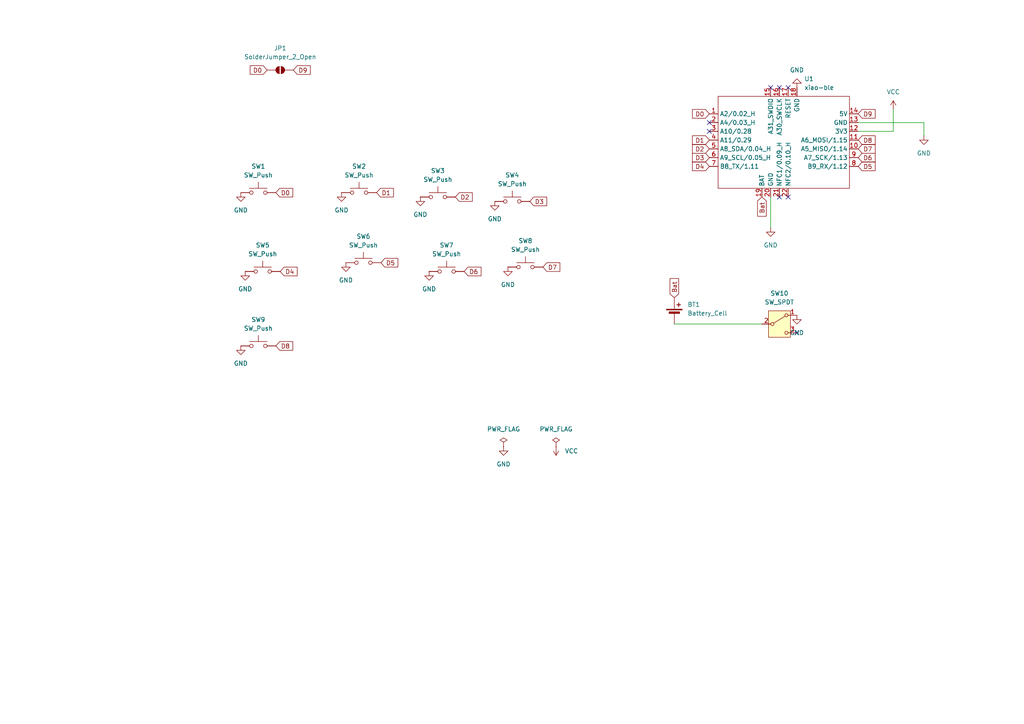
<source format=kicad_sch>
(kicad_sch
	(version 20250114)
	(generator "eeschema")
	(generator_version "9.0")
	(uuid "0e26b15f-eddf-4410-b371-04147e6c31d8")
	(paper "A4")
	(lib_symbols
		(symbol "Device:Battery_Cell"
			(pin_numbers
				(hide yes)
			)
			(pin_names
				(offset 0)
				(hide yes)
			)
			(exclude_from_sim no)
			(in_bom yes)
			(on_board yes)
			(property "Reference" "BT"
				(at 2.54 2.54 0)
				(effects
					(font
						(size 1.27 1.27)
					)
					(justify left)
				)
			)
			(property "Value" "Battery_Cell"
				(at 2.54 0 0)
				(effects
					(font
						(size 1.27 1.27)
					)
					(justify left)
				)
			)
			(property "Footprint" ""
				(at 0 1.524 90)
				(effects
					(font
						(size 1.27 1.27)
					)
					(hide yes)
				)
			)
			(property "Datasheet" "~"
				(at 0 1.524 90)
				(effects
					(font
						(size 1.27 1.27)
					)
					(hide yes)
				)
			)
			(property "Description" "Single-cell battery"
				(at 0 0 0)
				(effects
					(font
						(size 1.27 1.27)
					)
					(hide yes)
				)
			)
			(property "ki_keywords" "battery cell"
				(at 0 0 0)
				(effects
					(font
						(size 1.27 1.27)
					)
					(hide yes)
				)
			)
			(symbol "Battery_Cell_0_1"
				(rectangle
					(start -2.286 1.778)
					(end 2.286 1.524)
					(stroke
						(width 0)
						(type default)
					)
					(fill
						(type outline)
					)
				)
				(rectangle
					(start -1.524 1.016)
					(end 1.524 0.508)
					(stroke
						(width 0)
						(type default)
					)
					(fill
						(type outline)
					)
				)
				(polyline
					(pts
						(xy 0 1.778) (xy 0 2.54)
					)
					(stroke
						(width 0)
						(type default)
					)
					(fill
						(type none)
					)
				)
				(polyline
					(pts
						(xy 0 0.762) (xy 0 0)
					)
					(stroke
						(width 0)
						(type default)
					)
					(fill
						(type none)
					)
				)
				(polyline
					(pts
						(xy 0.762 3.048) (xy 1.778 3.048)
					)
					(stroke
						(width 0.254)
						(type default)
					)
					(fill
						(type none)
					)
				)
				(polyline
					(pts
						(xy 1.27 3.556) (xy 1.27 2.54)
					)
					(stroke
						(width 0.254)
						(type default)
					)
					(fill
						(type none)
					)
				)
			)
			(symbol "Battery_Cell_1_1"
				(pin passive line
					(at 0 5.08 270)
					(length 2.54)
					(name "+"
						(effects
							(font
								(size 1.27 1.27)
							)
						)
					)
					(number "1"
						(effects
							(font
								(size 1.27 1.27)
							)
						)
					)
				)
				(pin passive line
					(at 0 -2.54 90)
					(length 2.54)
					(name "-"
						(effects
							(font
								(size 1.27 1.27)
							)
						)
					)
					(number "2"
						(effects
							(font
								(size 1.27 1.27)
							)
						)
					)
				)
			)
			(embedded_fonts no)
		)
		(symbol "Jumper:SolderJumper_2_Open"
			(pin_numbers
				(hide yes)
			)
			(pin_names
				(offset 0)
				(hide yes)
			)
			(exclude_from_sim no)
			(in_bom no)
			(on_board yes)
			(property "Reference" "JP"
				(at 0 2.032 0)
				(effects
					(font
						(size 1.27 1.27)
					)
				)
			)
			(property "Value" "SolderJumper_2_Open"
				(at 0 -2.54 0)
				(effects
					(font
						(size 1.27 1.27)
					)
				)
			)
			(property "Footprint" ""
				(at 0 0 0)
				(effects
					(font
						(size 1.27 1.27)
					)
					(hide yes)
				)
			)
			(property "Datasheet" "~"
				(at 0 0 0)
				(effects
					(font
						(size 1.27 1.27)
					)
					(hide yes)
				)
			)
			(property "Description" "Solder Jumper, 2-pole, open"
				(at 0 0 0)
				(effects
					(font
						(size 1.27 1.27)
					)
					(hide yes)
				)
			)
			(property "ki_keywords" "solder jumper SPST"
				(at 0 0 0)
				(effects
					(font
						(size 1.27 1.27)
					)
					(hide yes)
				)
			)
			(property "ki_fp_filters" "SolderJumper*Open*"
				(at 0 0 0)
				(effects
					(font
						(size 1.27 1.27)
					)
					(hide yes)
				)
			)
			(symbol "SolderJumper_2_Open_0_1"
				(polyline
					(pts
						(xy -0.254 1.016) (xy -0.254 -1.016)
					)
					(stroke
						(width 0)
						(type default)
					)
					(fill
						(type none)
					)
				)
				(arc
					(start -0.254 -1.016)
					(mid -1.2656 0)
					(end -0.254 1.016)
					(stroke
						(width 0)
						(type default)
					)
					(fill
						(type none)
					)
				)
				(arc
					(start -0.254 -1.016)
					(mid -1.2656 0)
					(end -0.254 1.016)
					(stroke
						(width 0)
						(type default)
					)
					(fill
						(type outline)
					)
				)
				(arc
					(start 0.254 1.016)
					(mid 1.2656 0)
					(end 0.254 -1.016)
					(stroke
						(width 0)
						(type default)
					)
					(fill
						(type none)
					)
				)
				(arc
					(start 0.254 1.016)
					(mid 1.2656 0)
					(end 0.254 -1.016)
					(stroke
						(width 0)
						(type default)
					)
					(fill
						(type outline)
					)
				)
				(polyline
					(pts
						(xy 0.254 1.016) (xy 0.254 -1.016)
					)
					(stroke
						(width 0)
						(type default)
					)
					(fill
						(type none)
					)
				)
			)
			(symbol "SolderJumper_2_Open_1_1"
				(pin passive line
					(at -3.81 0 0)
					(length 2.54)
					(name "A"
						(effects
							(font
								(size 1.27 1.27)
							)
						)
					)
					(number "1"
						(effects
							(font
								(size 1.27 1.27)
							)
						)
					)
				)
				(pin passive line
					(at 3.81 0 180)
					(length 2.54)
					(name "B"
						(effects
							(font
								(size 1.27 1.27)
							)
						)
					)
					(number "2"
						(effects
							(font
								(size 1.27 1.27)
							)
						)
					)
				)
			)
			(embedded_fonts no)
		)
		(symbol "Switch:SW_Push"
			(pin_numbers
				(hide yes)
			)
			(pin_names
				(offset 1.016)
				(hide yes)
			)
			(exclude_from_sim no)
			(in_bom yes)
			(on_board yes)
			(property "Reference" "SW"
				(at 1.27 2.54 0)
				(effects
					(font
						(size 1.27 1.27)
					)
					(justify left)
				)
			)
			(property "Value" "SW_Push"
				(at 0 -1.524 0)
				(effects
					(font
						(size 1.27 1.27)
					)
				)
			)
			(property "Footprint" ""
				(at 0 5.08 0)
				(effects
					(font
						(size 1.27 1.27)
					)
					(hide yes)
				)
			)
			(property "Datasheet" "~"
				(at 0 5.08 0)
				(effects
					(font
						(size 1.27 1.27)
					)
					(hide yes)
				)
			)
			(property "Description" "Push button switch, generic, two pins"
				(at 0 0 0)
				(effects
					(font
						(size 1.27 1.27)
					)
					(hide yes)
				)
			)
			(property "ki_keywords" "switch normally-open pushbutton push-button"
				(at 0 0 0)
				(effects
					(font
						(size 1.27 1.27)
					)
					(hide yes)
				)
			)
			(symbol "SW_Push_0_1"
				(circle
					(center -2.032 0)
					(radius 0.508)
					(stroke
						(width 0)
						(type default)
					)
					(fill
						(type none)
					)
				)
				(polyline
					(pts
						(xy 0 1.27) (xy 0 3.048)
					)
					(stroke
						(width 0)
						(type default)
					)
					(fill
						(type none)
					)
				)
				(circle
					(center 2.032 0)
					(radius 0.508)
					(stroke
						(width 0)
						(type default)
					)
					(fill
						(type none)
					)
				)
				(polyline
					(pts
						(xy 2.54 1.27) (xy -2.54 1.27)
					)
					(stroke
						(width 0)
						(type default)
					)
					(fill
						(type none)
					)
				)
				(pin passive line
					(at -5.08 0 0)
					(length 2.54)
					(name "1"
						(effects
							(font
								(size 1.27 1.27)
							)
						)
					)
					(number "1"
						(effects
							(font
								(size 1.27 1.27)
							)
						)
					)
				)
				(pin passive line
					(at 5.08 0 180)
					(length 2.54)
					(name "2"
						(effects
							(font
								(size 1.27 1.27)
							)
						)
					)
					(number "2"
						(effects
							(font
								(size 1.27 1.27)
							)
						)
					)
				)
			)
			(embedded_fonts no)
		)
		(symbol "Switch:SW_SPDT"
			(pin_names
				(offset 0)
				(hide yes)
			)
			(exclude_from_sim no)
			(in_bom yes)
			(on_board yes)
			(property "Reference" "SW"
				(at 0 5.08 0)
				(effects
					(font
						(size 1.27 1.27)
					)
				)
			)
			(property "Value" "SW_SPDT"
				(at 0 -5.08 0)
				(effects
					(font
						(size 1.27 1.27)
					)
				)
			)
			(property "Footprint" ""
				(at 0 0 0)
				(effects
					(font
						(size 1.27 1.27)
					)
					(hide yes)
				)
			)
			(property "Datasheet" "~"
				(at 0 -7.62 0)
				(effects
					(font
						(size 1.27 1.27)
					)
					(hide yes)
				)
			)
			(property "Description" "Switch, single pole double throw"
				(at 0 0 0)
				(effects
					(font
						(size 1.27 1.27)
					)
					(hide yes)
				)
			)
			(property "ki_keywords" "switch single-pole double-throw spdt ON-ON"
				(at 0 0 0)
				(effects
					(font
						(size 1.27 1.27)
					)
					(hide yes)
				)
			)
			(symbol "SW_SPDT_0_1"
				(circle
					(center -2.032 0)
					(radius 0.4572)
					(stroke
						(width 0)
						(type default)
					)
					(fill
						(type none)
					)
				)
				(polyline
					(pts
						(xy -1.651 0.254) (xy 1.651 2.286)
					)
					(stroke
						(width 0)
						(type default)
					)
					(fill
						(type none)
					)
				)
				(circle
					(center 2.032 2.54)
					(radius 0.4572)
					(stroke
						(width 0)
						(type default)
					)
					(fill
						(type none)
					)
				)
				(circle
					(center 2.032 -2.54)
					(radius 0.4572)
					(stroke
						(width 0)
						(type default)
					)
					(fill
						(type none)
					)
				)
			)
			(symbol "SW_SPDT_1_1"
				(rectangle
					(start -3.175 3.81)
					(end 3.175 -3.81)
					(stroke
						(width 0)
						(type default)
					)
					(fill
						(type background)
					)
				)
				(pin passive line
					(at -5.08 0 0)
					(length 2.54)
					(name "B"
						(effects
							(font
								(size 1.27 1.27)
							)
						)
					)
					(number "2"
						(effects
							(font
								(size 1.27 1.27)
							)
						)
					)
				)
				(pin passive line
					(at 5.08 2.54 180)
					(length 2.54)
					(name "A"
						(effects
							(font
								(size 1.27 1.27)
							)
						)
					)
					(number "1"
						(effects
							(font
								(size 1.27 1.27)
							)
						)
					)
				)
				(pin passive line
					(at 5.08 -2.54 180)
					(length 2.54)
					(name "C"
						(effects
							(font
								(size 1.27 1.27)
							)
						)
					)
					(number "3"
						(effects
							(font
								(size 1.27 1.27)
							)
						)
					)
				)
			)
			(embedded_fonts no)
		)
		(symbol "Tweakbit:xiao-nrf52840"
			(exclude_from_sim no)
			(in_bom yes)
			(on_board yes)
			(property "Reference" "U"
				(at -18.034 16.51 0)
				(effects
					(font
						(size 1.27 1.27)
					)
				)
			)
			(property "Value" "xiao-ble"
				(at -17.526 14.478 0)
				(effects
					(font
						(size 1.27 1.27)
					)
				)
			)
			(property "Footprint" ""
				(at 0 0 0)
				(effects
					(font
						(size 1.27 1.27)
					)
					(hide yes)
				)
			)
			(property "Datasheet" ""
				(at 0 0 0)
				(effects
					(font
						(size 1.27 1.27)
					)
					(hide yes)
				)
			)
			(property "Description" ""
				(at 0 0 0)
				(effects
					(font
						(size 1.27 1.27)
					)
					(hide yes)
				)
			)
			(symbol "xiao-nrf52840_1_1"
				(rectangle
					(start -19.05 12.7)
					(end 19.05 -13.97)
					(stroke
						(width 0)
						(type default)
					)
					(fill
						(type none)
					)
				)
				(pin bidirectional line
					(at -21.59 7.62 0)
					(length 2.54)
					(name "A2/0.02_H"
						(effects
							(font
								(size 1.27 1.27)
							)
						)
					)
					(number "1"
						(effects
							(font
								(size 1.27 1.27)
							)
						)
					)
				)
				(pin bidirectional line
					(at -21.59 5.08 0)
					(length 2.54)
					(name "A4/0.03_H"
						(effects
							(font
								(size 1.27 1.27)
							)
						)
					)
					(number "2"
						(effects
							(font
								(size 1.27 1.27)
							)
						)
					)
				)
				(pin bidirectional line
					(at -21.59 2.54 0)
					(length 2.54)
					(name "A10/0.28"
						(effects
							(font
								(size 1.27 1.27)
							)
						)
					)
					(number "3"
						(effects
							(font
								(size 1.27 1.27)
							)
						)
					)
				)
				(pin bidirectional line
					(at -21.59 0 0)
					(length 2.54)
					(name "A11/0.29"
						(effects
							(font
								(size 1.27 1.27)
							)
						)
					)
					(number "4"
						(effects
							(font
								(size 1.27 1.27)
							)
						)
					)
				)
				(pin bidirectional line
					(at -21.59 -2.54 0)
					(length 2.54)
					(name "A8_SDA/0.04_H"
						(effects
							(font
								(size 1.27 1.27)
							)
						)
					)
					(number "5"
						(effects
							(font
								(size 1.27 1.27)
							)
						)
					)
				)
				(pin bidirectional line
					(at -21.59 -5.08 0)
					(length 2.54)
					(name "A9_SCL/0.05_H"
						(effects
							(font
								(size 1.27 1.27)
							)
						)
					)
					(number "6"
						(effects
							(font
								(size 1.27 1.27)
							)
						)
					)
				)
				(pin bidirectional line
					(at -21.59 -7.62 0)
					(length 2.54)
					(name "B8_TX/1.11"
						(effects
							(font
								(size 1.27 1.27)
							)
						)
					)
					(number "7"
						(effects
							(font
								(size 1.27 1.27)
							)
						)
					)
				)
				(pin bidirectional line
					(at -6.35 -16.51 90)
					(length 2.54)
					(name "BAT"
						(effects
							(font
								(size 1.27 1.27)
							)
						)
					)
					(number "19"
						(effects
							(font
								(size 1.27 1.27)
							)
						)
					)
				)
				(pin input line
					(at -3.81 15.24 270)
					(length 2.54)
					(name "A31_SWDIO"
						(effects
							(font
								(size 1.27 1.27)
							)
						)
					)
					(number "15"
						(effects
							(font
								(size 1.27 1.27)
							)
						)
					)
				)
				(pin power_out line
					(at -3.81 -16.51 90)
					(length 2.54)
					(name "GND"
						(effects
							(font
								(size 1.27 1.27)
							)
						)
					)
					(number "20"
						(effects
							(font
								(size 1.27 1.27)
							)
						)
					)
				)
				(pin input line
					(at -1.27 15.24 270)
					(length 2.54)
					(name "A30_SWCLK"
						(effects
							(font
								(size 1.27 1.27)
							)
						)
					)
					(number "16"
						(effects
							(font
								(size 1.27 1.27)
							)
						)
					)
				)
				(pin bidirectional line
					(at -1.27 -16.51 90)
					(length 2.54)
					(name "NFC1/0.09_H"
						(effects
							(font
								(size 1.27 1.27)
							)
						)
					)
					(number "21"
						(effects
							(font
								(size 1.27 1.27)
							)
						)
					)
				)
				(pin input line
					(at 1.27 15.24 270)
					(length 2.54)
					(name "RESET"
						(effects
							(font
								(size 1.27 1.27)
							)
						)
					)
					(number "17"
						(effects
							(font
								(size 1.27 1.27)
							)
						)
					)
				)
				(pin bidirectional line
					(at 1.27 -16.51 90)
					(length 2.54)
					(name "NFC2/0.10_H"
						(effects
							(font
								(size 1.27 1.27)
							)
						)
					)
					(number "22"
						(effects
							(font
								(size 1.27 1.27)
							)
						)
					)
				)
				(pin power_out line
					(at 3.81 15.24 270)
					(length 2.54)
					(name "GND"
						(effects
							(font
								(size 1.27 1.27)
							)
						)
					)
					(number "18"
						(effects
							(font
								(size 1.27 1.27)
							)
						)
					)
				)
				(pin power_out line
					(at 21.59 7.62 180)
					(length 2.54)
					(name "5V"
						(effects
							(font
								(size 1.27 1.27)
							)
						)
					)
					(number "14"
						(effects
							(font
								(size 1.27 1.27)
							)
						)
					)
				)
				(pin power_out line
					(at 21.59 5.08 180)
					(length 2.54)
					(name "GND"
						(effects
							(font
								(size 1.27 1.27)
							)
						)
					)
					(number "13"
						(effects
							(font
								(size 1.27 1.27)
							)
						)
					)
				)
				(pin power_out line
					(at 21.59 2.54 180)
					(length 2.54)
					(name "3V3"
						(effects
							(font
								(size 1.27 1.27)
							)
						)
					)
					(number "12"
						(effects
							(font
								(size 1.27 1.27)
							)
						)
					)
				)
				(pin bidirectional line
					(at 21.59 0 180)
					(length 2.54)
					(name "A6_MOSI/1.15"
						(effects
							(font
								(size 1.27 1.27)
							)
						)
					)
					(number "11"
						(effects
							(font
								(size 1.27 1.27)
							)
						)
					)
				)
				(pin bidirectional line
					(at 21.59 -2.54 180)
					(length 2.54)
					(name "A5_MISO/1.14"
						(effects
							(font
								(size 1.27 1.27)
							)
						)
					)
					(number "10"
						(effects
							(font
								(size 1.27 1.27)
							)
						)
					)
				)
				(pin bidirectional line
					(at 21.59 -5.08 180)
					(length 2.54)
					(name "A7_SCK/1.13"
						(effects
							(font
								(size 1.27 1.27)
							)
						)
					)
					(number "9"
						(effects
							(font
								(size 1.27 1.27)
							)
						)
					)
				)
				(pin bidirectional line
					(at 21.59 -7.62 180)
					(length 2.54)
					(name "B9_RX/1.12"
						(effects
							(font
								(size 1.27 1.27)
							)
						)
					)
					(number "8"
						(effects
							(font
								(size 1.27 1.27)
							)
						)
					)
				)
			)
			(embedded_fonts no)
		)
		(symbol "power:GND"
			(power)
			(pin_numbers
				(hide yes)
			)
			(pin_names
				(offset 0)
				(hide yes)
			)
			(exclude_from_sim no)
			(in_bom yes)
			(on_board yes)
			(property "Reference" "#PWR"
				(at 0 -6.35 0)
				(effects
					(font
						(size 1.27 1.27)
					)
					(hide yes)
				)
			)
			(property "Value" "GND"
				(at 0 -3.81 0)
				(effects
					(font
						(size 1.27 1.27)
					)
				)
			)
			(property "Footprint" ""
				(at 0 0 0)
				(effects
					(font
						(size 1.27 1.27)
					)
					(hide yes)
				)
			)
			(property "Datasheet" ""
				(at 0 0 0)
				(effects
					(font
						(size 1.27 1.27)
					)
					(hide yes)
				)
			)
			(property "Description" "Power symbol creates a global label with name \"GND\" , ground"
				(at 0 0 0)
				(effects
					(font
						(size 1.27 1.27)
					)
					(hide yes)
				)
			)
			(property "ki_keywords" "global power"
				(at 0 0 0)
				(effects
					(font
						(size 1.27 1.27)
					)
					(hide yes)
				)
			)
			(symbol "GND_0_1"
				(polyline
					(pts
						(xy 0 0) (xy 0 -1.27) (xy 1.27 -1.27) (xy 0 -2.54) (xy -1.27 -1.27) (xy 0 -1.27)
					)
					(stroke
						(width 0)
						(type default)
					)
					(fill
						(type none)
					)
				)
			)
			(symbol "GND_1_1"
				(pin power_in line
					(at 0 0 270)
					(length 0)
					(name "~"
						(effects
							(font
								(size 1.27 1.27)
							)
						)
					)
					(number "1"
						(effects
							(font
								(size 1.27 1.27)
							)
						)
					)
				)
			)
			(embedded_fonts no)
		)
		(symbol "power:PWR_FLAG"
			(power)
			(pin_numbers
				(hide yes)
			)
			(pin_names
				(offset 0)
				(hide yes)
			)
			(exclude_from_sim no)
			(in_bom yes)
			(on_board yes)
			(property "Reference" "#FLG"
				(at 0 1.905 0)
				(effects
					(font
						(size 1.27 1.27)
					)
					(hide yes)
				)
			)
			(property "Value" "PWR_FLAG"
				(at 0 3.81 0)
				(effects
					(font
						(size 1.27 1.27)
					)
				)
			)
			(property "Footprint" ""
				(at 0 0 0)
				(effects
					(font
						(size 1.27 1.27)
					)
					(hide yes)
				)
			)
			(property "Datasheet" "~"
				(at 0 0 0)
				(effects
					(font
						(size 1.27 1.27)
					)
					(hide yes)
				)
			)
			(property "Description" "Special symbol for telling ERC where power comes from"
				(at 0 0 0)
				(effects
					(font
						(size 1.27 1.27)
					)
					(hide yes)
				)
			)
			(property "ki_keywords" "flag power"
				(at 0 0 0)
				(effects
					(font
						(size 1.27 1.27)
					)
					(hide yes)
				)
			)
			(symbol "PWR_FLAG_0_0"
				(pin power_out line
					(at 0 0 90)
					(length 0)
					(name "~"
						(effects
							(font
								(size 1.27 1.27)
							)
						)
					)
					(number "1"
						(effects
							(font
								(size 1.27 1.27)
							)
						)
					)
				)
			)
			(symbol "PWR_FLAG_0_1"
				(polyline
					(pts
						(xy 0 0) (xy 0 1.27) (xy -1.016 1.905) (xy 0 2.54) (xy 1.016 1.905) (xy 0 1.27)
					)
					(stroke
						(width 0)
						(type default)
					)
					(fill
						(type none)
					)
				)
			)
			(embedded_fonts no)
		)
		(symbol "power:VCC"
			(power)
			(pin_numbers
				(hide yes)
			)
			(pin_names
				(offset 0)
				(hide yes)
			)
			(exclude_from_sim no)
			(in_bom yes)
			(on_board yes)
			(property "Reference" "#PWR"
				(at 0 -3.81 0)
				(effects
					(font
						(size 1.27 1.27)
					)
					(hide yes)
				)
			)
			(property "Value" "VCC"
				(at 0 3.556 0)
				(effects
					(font
						(size 1.27 1.27)
					)
				)
			)
			(property "Footprint" ""
				(at 0 0 0)
				(effects
					(font
						(size 1.27 1.27)
					)
					(hide yes)
				)
			)
			(property "Datasheet" ""
				(at 0 0 0)
				(effects
					(font
						(size 1.27 1.27)
					)
					(hide yes)
				)
			)
			(property "Description" "Power symbol creates a global label with name \"VCC\""
				(at 0 0 0)
				(effects
					(font
						(size 1.27 1.27)
					)
					(hide yes)
				)
			)
			(property "ki_keywords" "global power"
				(at 0 0 0)
				(effects
					(font
						(size 1.27 1.27)
					)
					(hide yes)
				)
			)
			(symbol "VCC_0_1"
				(polyline
					(pts
						(xy -0.762 1.27) (xy 0 2.54)
					)
					(stroke
						(width 0)
						(type default)
					)
					(fill
						(type none)
					)
				)
				(polyline
					(pts
						(xy 0 2.54) (xy 0.762 1.27)
					)
					(stroke
						(width 0)
						(type default)
					)
					(fill
						(type none)
					)
				)
				(polyline
					(pts
						(xy 0 0) (xy 0 2.54)
					)
					(stroke
						(width 0)
						(type default)
					)
					(fill
						(type none)
					)
				)
			)
			(symbol "VCC_1_1"
				(pin power_in line
					(at 0 0 90)
					(length 0)
					(name "~"
						(effects
							(font
								(size 1.27 1.27)
							)
						)
					)
					(number "1"
						(effects
							(font
								(size 1.27 1.27)
							)
						)
					)
				)
			)
			(embedded_fonts no)
		)
	)
	(no_connect
		(at 205.74 35.56)
		(uuid "25d37ff1-2bc7-40e1-9d84-fd578d9ab403")
	)
	(no_connect
		(at 228.6 57.15)
		(uuid "4b6be261-b3c9-4fcc-a574-600555be523e")
	)
	(no_connect
		(at 228.6 25.4)
		(uuid "95ee817a-83d2-4af4-bc00-f703bf4f5155")
	)
	(no_connect
		(at 223.52 25.4)
		(uuid "99a31d6e-5a26-4b38-9a51-908b4ad8c9f3")
	)
	(no_connect
		(at 226.06 25.4)
		(uuid "addc8e3a-3a49-4e5c-9ee7-8b06c0481d7a")
	)
	(no_connect
		(at 226.06 57.15)
		(uuid "c30b8ba9-ff3f-413c-acb9-75e7ae61b28f")
	)
	(no_connect
		(at 231.14 96.52)
		(uuid "f4e7e9e1-37ee-4236-bcc1-edfd210f737a")
	)
	(no_connect
		(at 205.74 38.1)
		(uuid "f6c16bce-2eda-4a51-bf69-25bf50b61fd7")
	)
	(wire
		(pts
			(xy 267.97 35.56) (xy 267.97 39.37)
		)
		(stroke
			(width 0)
			(type default)
		)
		(uuid "202c61cd-bd1a-4ef7-a818-aea545957bbe")
	)
	(wire
		(pts
			(xy 259.08 31.75) (xy 259.08 38.1)
		)
		(stroke
			(width 0)
			(type default)
		)
		(uuid "3414f01b-71f1-4e36-8571-5db0089c0353")
	)
	(wire
		(pts
			(xy 248.92 38.1) (xy 259.08 38.1)
		)
		(stroke
			(width 0)
			(type default)
		)
		(uuid "6a98de84-144f-4810-8946-e17644046ce7")
	)
	(wire
		(pts
			(xy 223.52 66.04) (xy 223.52 57.15)
		)
		(stroke
			(width 0)
			(type default)
		)
		(uuid "86bcfbf8-b1f1-4443-a3f4-66c8c1b102bd")
	)
	(wire
		(pts
			(xy 267.97 35.56) (xy 248.92 35.56)
		)
		(stroke
			(width 0)
			(type default)
		)
		(uuid "96f96ca2-cada-4f42-9957-7fa71bcd2f3f")
	)
	(wire
		(pts
			(xy 220.98 93.98) (xy 195.58 93.98)
		)
		(stroke
			(width 0)
			(type default)
		)
		(uuid "bdda3eb0-4fbb-47fb-b0d9-9159edabffdd")
	)
	(global_label "D8"
		(shape input)
		(at 80.01 100.33 0)
		(fields_autoplaced yes)
		(effects
			(font
				(size 1.27 1.27)
			)
			(justify left)
		)
		(uuid "09f1828e-8470-4107-acac-525c8e0342ec")
		(property "Intersheetrefs" "${INTERSHEET_REFS}"
			(at 85.4747 100.33 0)
			(effects
				(font
					(size 1.27 1.27)
				)
				(justify left)
				(hide yes)
			)
		)
	)
	(global_label "D5"
		(shape input)
		(at 110.49 76.2 0)
		(fields_autoplaced yes)
		(effects
			(font
				(size 1.27 1.27)
			)
			(justify left)
		)
		(uuid "0d0e30e9-3ac2-4310-a6b1-df5649dc961f")
		(property "Intersheetrefs" "${INTERSHEET_REFS}"
			(at 115.9547 76.2 0)
			(effects
				(font
					(size 1.27 1.27)
				)
				(justify left)
				(hide yes)
			)
		)
	)
	(global_label "D2"
		(shape input)
		(at 132.08 57.15 0)
		(fields_autoplaced yes)
		(effects
			(font
				(size 1.27 1.27)
			)
			(justify left)
		)
		(uuid "2272c709-85ab-446b-a838-f721c7344c33")
		(property "Intersheetrefs" "${INTERSHEET_REFS}"
			(at 137.5447 57.15 0)
			(effects
				(font
					(size 1.27 1.27)
				)
				(justify left)
				(hide yes)
			)
		)
	)
	(global_label "D2"
		(shape input)
		(at 205.74 43.18 180)
		(fields_autoplaced yes)
		(effects
			(font
				(size 1.27 1.27)
			)
			(justify right)
		)
		(uuid "295539b9-ecd3-43fb-94b4-a9406ef50f12")
		(property "Intersheetrefs" "${INTERSHEET_REFS}"
			(at 200.2753 43.18 0)
			(effects
				(font
					(size 1.27 1.27)
				)
				(justify right)
				(hide yes)
			)
		)
	)
	(global_label "D5"
		(shape input)
		(at 248.92 48.26 0)
		(fields_autoplaced yes)
		(effects
			(font
				(size 1.27 1.27)
			)
			(justify left)
		)
		(uuid "296b821f-b414-4e06-a454-0465c9dbe120")
		(property "Intersheetrefs" "${INTERSHEET_REFS}"
			(at 254.3847 48.26 0)
			(effects
				(font
					(size 1.27 1.27)
				)
				(justify left)
				(hide yes)
			)
		)
	)
	(global_label "D1"
		(shape input)
		(at 109.22 55.88 0)
		(fields_autoplaced yes)
		(effects
			(font
				(size 1.27 1.27)
			)
			(justify left)
		)
		(uuid "33b3931e-a56e-46b0-9668-95b5ccc46bf2")
		(property "Intersheetrefs" "${INTERSHEET_REFS}"
			(at 114.6847 55.88 0)
			(effects
				(font
					(size 1.27 1.27)
				)
				(justify left)
				(hide yes)
			)
		)
	)
	(global_label "D3"
		(shape input)
		(at 205.74 45.72 180)
		(fields_autoplaced yes)
		(effects
			(font
				(size 1.27 1.27)
			)
			(justify right)
		)
		(uuid "4344021c-138f-45f1-a857-8a34a45ccfb7")
		(property "Intersheetrefs" "${INTERSHEET_REFS}"
			(at 200.2753 45.72 0)
			(effects
				(font
					(size 1.27 1.27)
				)
				(justify right)
				(hide yes)
			)
		)
	)
	(global_label "Bat"
		(shape input)
		(at 220.98 57.15 270)
		(fields_autoplaced yes)
		(effects
			(font
				(size 1.27 1.27)
			)
			(justify right)
		)
		(uuid "64197bec-0866-4f90-8a87-9ea810dfe8ea")
		(property "Intersheetrefs" "${INTERSHEET_REFS}"
			(at 220.98 63.2799 90)
			(effects
				(font
					(size 1.27 1.27)
				)
				(justify right)
				(hide yes)
			)
		)
	)
	(global_label "Bat"
		(shape input)
		(at 195.58 86.36 90)
		(fields_autoplaced yes)
		(effects
			(font
				(size 1.27 1.27)
			)
			(justify left)
		)
		(uuid "6425d183-901d-4680-a648-b6c13ae7b1c2")
		(property "Intersheetrefs" "${INTERSHEET_REFS}"
			(at 195.58 80.2301 90)
			(effects
				(font
					(size 1.27 1.27)
				)
				(justify left)
				(hide yes)
			)
		)
	)
	(global_label "D6"
		(shape input)
		(at 248.92 45.72 0)
		(fields_autoplaced yes)
		(effects
			(font
				(size 1.27 1.27)
			)
			(justify left)
		)
		(uuid "7a433b2e-4368-4429-ada5-895a7513f509")
		(property "Intersheetrefs" "${INTERSHEET_REFS}"
			(at 254.3847 45.72 0)
			(effects
				(font
					(size 1.27 1.27)
				)
				(justify left)
				(hide yes)
			)
		)
	)
	(global_label "D0"
		(shape input)
		(at 205.74 33.02 180)
		(fields_autoplaced yes)
		(effects
			(font
				(size 1.27 1.27)
			)
			(justify right)
		)
		(uuid "895b26fe-ceb5-4e94-9524-38b6c9b08c0c")
		(property "Intersheetrefs" "${INTERSHEET_REFS}"
			(at 200.2753 33.02 0)
			(effects
				(font
					(size 1.27 1.27)
				)
				(justify right)
				(hide yes)
			)
		)
	)
	(global_label "D4"
		(shape input)
		(at 81.28 78.74 0)
		(fields_autoplaced yes)
		(effects
			(font
				(size 1.27 1.27)
			)
			(justify left)
		)
		(uuid "8ce1d7ba-c316-499d-9d1a-e6be3b49ebb0")
		(property "Intersheetrefs" "${INTERSHEET_REFS}"
			(at 86.7447 78.74 0)
			(effects
				(font
					(size 1.27 1.27)
				)
				(justify left)
				(hide yes)
			)
		)
	)
	(global_label "D9"
		(shape input)
		(at 85.09 20.32 0)
		(fields_autoplaced yes)
		(effects
			(font
				(size 1.27 1.27)
			)
			(justify left)
		)
		(uuid "9189804c-f54f-498c-84e9-8c84781ccc08")
		(property "Intersheetrefs" "${INTERSHEET_REFS}"
			(at 90.5547 20.32 0)
			(effects
				(font
					(size 1.27 1.27)
				)
				(justify left)
				(hide yes)
			)
		)
	)
	(global_label "D6"
		(shape input)
		(at 134.62 78.74 0)
		(fields_autoplaced yes)
		(effects
			(font
				(size 1.27 1.27)
			)
			(justify left)
		)
		(uuid "9b7a7bb7-680e-4475-8ea0-ad436c00525e")
		(property "Intersheetrefs" "${INTERSHEET_REFS}"
			(at 140.0847 78.74 0)
			(effects
				(font
					(size 1.27 1.27)
				)
				(justify left)
				(hide yes)
			)
		)
	)
	(global_label "D4"
		(shape input)
		(at 205.74 48.26 180)
		(fields_autoplaced yes)
		(effects
			(font
				(size 1.27 1.27)
			)
			(justify right)
		)
		(uuid "acdf8e2a-505a-47f3-8968-e92da39a9119")
		(property "Intersheetrefs" "${INTERSHEET_REFS}"
			(at 200.2753 48.26 0)
			(effects
				(font
					(size 1.27 1.27)
				)
				(justify right)
				(hide yes)
			)
		)
	)
	(global_label "D3"
		(shape input)
		(at 153.67 58.42 0)
		(fields_autoplaced yes)
		(effects
			(font
				(size 1.27 1.27)
			)
			(justify left)
		)
		(uuid "af31aa3d-cdf3-42ce-a283-39ad9ca1437a")
		(property "Intersheetrefs" "${INTERSHEET_REFS}"
			(at 159.1347 58.42 0)
			(effects
				(font
					(size 1.27 1.27)
				)
				(justify left)
				(hide yes)
			)
		)
	)
	(global_label "D9"
		(shape input)
		(at 248.92 33.02 0)
		(fields_autoplaced yes)
		(effects
			(font
				(size 1.27 1.27)
			)
			(justify left)
		)
		(uuid "bc9aafdd-91c3-4aae-8a72-95dbcddd8082")
		(property "Intersheetrefs" "${INTERSHEET_REFS}"
			(at 254.3847 33.02 0)
			(effects
				(font
					(size 1.27 1.27)
				)
				(justify left)
				(hide yes)
			)
		)
	)
	(global_label "D7"
		(shape input)
		(at 157.48 77.47 0)
		(fields_autoplaced yes)
		(effects
			(font
				(size 1.27 1.27)
			)
			(justify left)
		)
		(uuid "bca0a1db-6e6e-43bc-b570-e6728a44ff7c")
		(property "Intersheetrefs" "${INTERSHEET_REFS}"
			(at 162.9447 77.47 0)
			(effects
				(font
					(size 1.27 1.27)
				)
				(justify left)
				(hide yes)
			)
		)
	)
	(global_label "D7"
		(shape input)
		(at 248.92 43.18 0)
		(fields_autoplaced yes)
		(effects
			(font
				(size 1.27 1.27)
			)
			(justify left)
		)
		(uuid "d7b3e500-599a-4d66-aa2a-78dfdbbd54f5")
		(property "Intersheetrefs" "${INTERSHEET_REFS}"
			(at 254.3847 43.18 0)
			(effects
				(font
					(size 1.27 1.27)
				)
				(justify left)
				(hide yes)
			)
		)
	)
	(global_label "D8"
		(shape input)
		(at 248.92 40.64 0)
		(fields_autoplaced yes)
		(effects
			(font
				(size 1.27 1.27)
			)
			(justify left)
		)
		(uuid "dace5347-77ca-4a4d-b665-a29ab1891557")
		(property "Intersheetrefs" "${INTERSHEET_REFS}"
			(at 254.3847 40.64 0)
			(effects
				(font
					(size 1.27 1.27)
				)
				(justify left)
				(hide yes)
			)
		)
	)
	(global_label "D0"
		(shape input)
		(at 80.01 55.88 0)
		(fields_autoplaced yes)
		(effects
			(font
				(size 1.27 1.27)
			)
			(justify left)
		)
		(uuid "e03df4d6-37dd-4986-9ff2-dd70a9e250ef")
		(property "Intersheetrefs" "${INTERSHEET_REFS}"
			(at 85.4747 55.88 0)
			(effects
				(font
					(size 1.27 1.27)
				)
				(justify left)
				(hide yes)
			)
		)
	)
	(global_label "D0"
		(shape input)
		(at 77.47 20.32 180)
		(fields_autoplaced yes)
		(effects
			(font
				(size 1.27 1.27)
			)
			(justify right)
		)
		(uuid "efb8cacb-bfd2-420a-b2c5-cb11e6614062")
		(property "Intersheetrefs" "${INTERSHEET_REFS}"
			(at 72.0053 20.32 0)
			(effects
				(font
					(size 1.27 1.27)
				)
				(justify right)
				(hide yes)
			)
		)
	)
	(global_label "D1"
		(shape input)
		(at 205.74 40.64 180)
		(fields_autoplaced yes)
		(effects
			(font
				(size 1.27 1.27)
			)
			(justify right)
		)
		(uuid "fed93775-123f-43b4-a839-6beec7c005bd")
		(property "Intersheetrefs" "${INTERSHEET_REFS}"
			(at 200.2753 40.64 0)
			(effects
				(font
					(size 1.27 1.27)
				)
				(justify right)
				(hide yes)
			)
		)
	)
	(symbol
		(lib_id "power:GND")
		(at 69.85 55.88 0)
		(unit 1)
		(exclude_from_sim no)
		(in_bom yes)
		(on_board yes)
		(dnp no)
		(fields_autoplaced yes)
		(uuid "0123a817-cce0-443e-a405-faebcf603430")
		(property "Reference" "#PWR04"
			(at 69.85 62.23 0)
			(effects
				(font
					(size 1.27 1.27)
				)
				(hide yes)
			)
		)
		(property "Value" "GND"
			(at 69.85 60.96 0)
			(effects
				(font
					(size 1.27 1.27)
				)
			)
		)
		(property "Footprint" ""
			(at 69.85 55.88 0)
			(effects
				(font
					(size 1.27 1.27)
				)
				(hide yes)
			)
		)
		(property "Datasheet" ""
			(at 69.85 55.88 0)
			(effects
				(font
					(size 1.27 1.27)
				)
				(hide yes)
			)
		)
		(property "Description" "Power symbol creates a global label with name \"GND\" , ground"
			(at 69.85 55.88 0)
			(effects
				(font
					(size 1.27 1.27)
				)
				(hide yes)
			)
		)
		(pin "1"
			(uuid "e3245f02-8a38-4788-8b88-1da432c50106")
		)
		(instances
			(project "Tiny18mini"
				(path "/0e26b15f-eddf-4410-b371-04147e6c31d8"
					(reference "#PWR04")
					(unit 1)
				)
			)
		)
	)
	(symbol
		(lib_id "power:GND")
		(at 99.06 55.88 0)
		(unit 1)
		(exclude_from_sim no)
		(in_bom yes)
		(on_board yes)
		(dnp no)
		(fields_autoplaced yes)
		(uuid "07983149-8874-4f3b-8091-7431672dd08a")
		(property "Reference" "#PWR05"
			(at 99.06 62.23 0)
			(effects
				(font
					(size 1.27 1.27)
				)
				(hide yes)
			)
		)
		(property "Value" "GND"
			(at 99.06 60.96 0)
			(effects
				(font
					(size 1.27 1.27)
				)
			)
		)
		(property "Footprint" ""
			(at 99.06 55.88 0)
			(effects
				(font
					(size 1.27 1.27)
				)
				(hide yes)
			)
		)
		(property "Datasheet" ""
			(at 99.06 55.88 0)
			(effects
				(font
					(size 1.27 1.27)
				)
				(hide yes)
			)
		)
		(property "Description" "Power symbol creates a global label with name \"GND\" , ground"
			(at 99.06 55.88 0)
			(effects
				(font
					(size 1.27 1.27)
				)
				(hide yes)
			)
		)
		(pin "1"
			(uuid "49dfbad8-6655-483c-8d74-b29ea04b00df")
		)
		(instances
			(project "Tiny18mini"
				(path "/0e26b15f-eddf-4410-b371-04147e6c31d8"
					(reference "#PWR05")
					(unit 1)
				)
			)
		)
	)
	(symbol
		(lib_id "Switch:SW_Push")
		(at 152.4 77.47 0)
		(unit 1)
		(exclude_from_sim no)
		(in_bom yes)
		(on_board yes)
		(dnp no)
		(fields_autoplaced yes)
		(uuid "101318d1-c598-413b-af00-8c1acbda4adc")
		(property "Reference" "SW8"
			(at 152.4 69.85 0)
			(effects
				(font
					(size 1.27 1.27)
				)
			)
		)
		(property "Value" "SW_Push"
			(at 152.4 72.39 0)
			(effects
				(font
					(size 1.27 1.27)
				)
			)
		)
		(property "Footprint" "keyswitches.pretty-master:SW_PG1350_reversible"
			(at 152.4 72.39 0)
			(effects
				(font
					(size 1.27 1.27)
				)
				(hide yes)
			)
		)
		(property "Datasheet" "~"
			(at 152.4 72.39 0)
			(effects
				(font
					(size 1.27 1.27)
				)
				(hide yes)
			)
		)
		(property "Description" "Push button switch, generic, two pins"
			(at 152.4 77.47 0)
			(effects
				(font
					(size 1.27 1.27)
				)
				(hide yes)
			)
		)
		(pin "1"
			(uuid "6dd9ebe7-bf27-44a7-a196-072a8e8aa432")
		)
		(pin "2"
			(uuid "8afdd98a-2efd-48de-a20b-2f6de40e8029")
		)
		(instances
			(project "Tiny18mini"
				(path "/0e26b15f-eddf-4410-b371-04147e6c31d8"
					(reference "SW8")
					(unit 1)
				)
			)
		)
	)
	(symbol
		(lib_id "power:GND")
		(at 231.14 25.4 180)
		(unit 1)
		(exclude_from_sim no)
		(in_bom yes)
		(on_board yes)
		(dnp no)
		(fields_autoplaced yes)
		(uuid "114d9b34-79e2-4a8b-b0fc-a766ece609b1")
		(property "Reference" "#PWR019"
			(at 231.14 19.05 0)
			(effects
				(font
					(size 1.27 1.27)
				)
				(hide yes)
			)
		)
		(property "Value" "GND"
			(at 231.14 20.32 0)
			(effects
				(font
					(size 1.27 1.27)
				)
			)
		)
		(property "Footprint" ""
			(at 231.14 25.4 0)
			(effects
				(font
					(size 1.27 1.27)
				)
				(hide yes)
			)
		)
		(property "Datasheet" ""
			(at 231.14 25.4 0)
			(effects
				(font
					(size 1.27 1.27)
				)
				(hide yes)
			)
		)
		(property "Description" "Power symbol creates a global label with name \"GND\" , ground"
			(at 231.14 25.4 0)
			(effects
				(font
					(size 1.27 1.27)
				)
				(hide yes)
			)
		)
		(pin "1"
			(uuid "3f0ad4d8-791a-477c-80d6-6890b8faa7ad")
		)
		(instances
			(project ""
				(path "/0e26b15f-eddf-4410-b371-04147e6c31d8"
					(reference "#PWR019")
					(unit 1)
				)
			)
		)
	)
	(symbol
		(lib_id "power:GND")
		(at 147.32 77.47 0)
		(unit 1)
		(exclude_from_sim no)
		(in_bom yes)
		(on_board yes)
		(dnp no)
		(fields_autoplaced yes)
		(uuid "133361b9-5006-478f-b839-b11561adb116")
		(property "Reference" "#PWR011"
			(at 147.32 83.82 0)
			(effects
				(font
					(size 1.27 1.27)
				)
				(hide yes)
			)
		)
		(property "Value" "GND"
			(at 147.32 82.55 0)
			(effects
				(font
					(size 1.27 1.27)
				)
			)
		)
		(property "Footprint" ""
			(at 147.32 77.47 0)
			(effects
				(font
					(size 1.27 1.27)
				)
				(hide yes)
			)
		)
		(property "Datasheet" ""
			(at 147.32 77.47 0)
			(effects
				(font
					(size 1.27 1.27)
				)
				(hide yes)
			)
		)
		(property "Description" "Power symbol creates a global label with name \"GND\" , ground"
			(at 147.32 77.47 0)
			(effects
				(font
					(size 1.27 1.27)
				)
				(hide yes)
			)
		)
		(pin "1"
			(uuid "5e54bb81-c70c-4451-8bd7-3b7b9692d2ca")
		)
		(instances
			(project "Tiny18mini"
				(path "/0e26b15f-eddf-4410-b371-04147e6c31d8"
					(reference "#PWR011")
					(unit 1)
				)
			)
		)
	)
	(symbol
		(lib_id "Switch:SW_Push")
		(at 74.93 100.33 0)
		(unit 1)
		(exclude_from_sim no)
		(in_bom yes)
		(on_board yes)
		(dnp no)
		(fields_autoplaced yes)
		(uuid "2325ad57-1d8b-441d-95dc-2bb45c94aa40")
		(property "Reference" "SW9"
			(at 74.93 92.71 0)
			(effects
				(font
					(size 1.27 1.27)
				)
			)
		)
		(property "Value" "SW_Push"
			(at 74.93 95.25 0)
			(effects
				(font
					(size 1.27 1.27)
				)
			)
		)
		(property "Footprint" "keyswitches.pretty-master:SW_PG1350_reversible"
			(at 74.93 95.25 0)
			(effects
				(font
					(size 1.27 1.27)
				)
				(hide yes)
			)
		)
		(property "Datasheet" "~"
			(at 74.93 95.25 0)
			(effects
				(font
					(size 1.27 1.27)
				)
				(hide yes)
			)
		)
		(property "Description" "Push button switch, generic, two pins"
			(at 74.93 100.33 0)
			(effects
				(font
					(size 1.27 1.27)
				)
				(hide yes)
			)
		)
		(pin "1"
			(uuid "6dd9ebe7-bf27-44a7-a196-072a8e8aa433")
		)
		(pin "2"
			(uuid "8afdd98a-2efd-48de-a20b-2f6de40e802a")
		)
		(instances
			(project "Tiny18mini"
				(path "/0e26b15f-eddf-4410-b371-04147e6c31d8"
					(reference "SW9")
					(unit 1)
				)
			)
		)
	)
	(symbol
		(lib_id "Switch:SW_Push")
		(at 104.14 55.88 0)
		(unit 1)
		(exclude_from_sim no)
		(in_bom yes)
		(on_board yes)
		(dnp no)
		(fields_autoplaced yes)
		(uuid "2371baaa-2ff2-4fff-a8a2-6705dbc9e134")
		(property "Reference" "SW2"
			(at 104.14 48.26 0)
			(effects
				(font
					(size 1.27 1.27)
				)
			)
		)
		(property "Value" "SW_Push"
			(at 104.14 50.8 0)
			(effects
				(font
					(size 1.27 1.27)
				)
			)
		)
		(property "Footprint" "keyswitches.pretty-master:SW_PG1350_reversible"
			(at 104.14 50.8 0)
			(effects
				(font
					(size 1.27 1.27)
				)
				(hide yes)
			)
		)
		(property "Datasheet" "~"
			(at 104.14 50.8 0)
			(effects
				(font
					(size 1.27 1.27)
				)
				(hide yes)
			)
		)
		(property "Description" "Push button switch, generic, two pins"
			(at 104.14 55.88 0)
			(effects
				(font
					(size 1.27 1.27)
				)
				(hide yes)
			)
		)
		(pin "1"
			(uuid "244f4bd2-8b82-4ca1-a7e6-94f0e64347ed")
		)
		(pin "2"
			(uuid "71965980-6bbb-4b8e-85e3-66ea7846e732")
		)
		(instances
			(project "Tiny18mini"
				(path "/0e26b15f-eddf-4410-b371-04147e6c31d8"
					(reference "SW2")
					(unit 1)
				)
			)
		)
	)
	(symbol
		(lib_id "Jumper:SolderJumper_2_Open")
		(at 81.28 20.32 0)
		(unit 1)
		(exclude_from_sim no)
		(in_bom no)
		(on_board yes)
		(dnp no)
		(fields_autoplaced yes)
		(uuid "29e29ee5-fd07-40dd-bc89-a1ddcae04e8b")
		(property "Reference" "JP1"
			(at 81.28 13.97 0)
			(effects
				(font
					(size 1.27 1.27)
				)
			)
		)
		(property "Value" "SolderJumper_2_Open"
			(at 81.28 16.51 0)
			(effects
				(font
					(size 1.27 1.27)
				)
			)
		)
		(property "Footprint" ""
			(at 81.28 20.32 0)
			(effects
				(font
					(size 1.27 1.27)
				)
				(hide yes)
			)
		)
		(property "Datasheet" "~"
			(at 81.28 20.32 0)
			(effects
				(font
					(size 1.27 1.27)
				)
				(hide yes)
			)
		)
		(property "Description" "Solder Jumper, 2-pole, open"
			(at 81.28 20.32 0)
			(effects
				(font
					(size 1.27 1.27)
				)
				(hide yes)
			)
		)
		(pin "1"
			(uuid "547fac99-a1ad-4d85-9ee1-7c9374e437df")
		)
		(pin "2"
			(uuid "5c0a454f-e3fe-41a1-8770-d17e5a0e8ff1")
		)
		(instances
			(project ""
				(path "/0e26b15f-eddf-4410-b371-04147e6c31d8"
					(reference "JP1")
					(unit 1)
				)
			)
		)
	)
	(symbol
		(lib_id "Switch:SW_Push")
		(at 76.2 78.74 0)
		(unit 1)
		(exclude_from_sim no)
		(in_bom yes)
		(on_board yes)
		(dnp no)
		(fields_autoplaced yes)
		(uuid "35e928d7-cadb-43f1-9727-8115910f4fe5")
		(property "Reference" "SW5"
			(at 76.2 71.12 0)
			(effects
				(font
					(size 1.27 1.27)
				)
			)
		)
		(property "Value" "SW_Push"
			(at 76.2 73.66 0)
			(effects
				(font
					(size 1.27 1.27)
				)
			)
		)
		(property "Footprint" "keyswitches.pretty-master:SW_PG1350_reversible"
			(at 76.2 73.66 0)
			(effects
				(font
					(size 1.27 1.27)
				)
				(hide yes)
			)
		)
		(property "Datasheet" "~"
			(at 76.2 73.66 0)
			(effects
				(font
					(size 1.27 1.27)
				)
				(hide yes)
			)
		)
		(property "Description" "Push button switch, generic, two pins"
			(at 76.2 78.74 0)
			(effects
				(font
					(size 1.27 1.27)
				)
				(hide yes)
			)
		)
		(pin "1"
			(uuid "6dd9ebe7-bf27-44a7-a196-072a8e8aa434")
		)
		(pin "2"
			(uuid "8afdd98a-2efd-48de-a20b-2f6de40e802b")
		)
		(instances
			(project "Tiny18mini"
				(path "/0e26b15f-eddf-4410-b371-04147e6c31d8"
					(reference "SW5")
					(unit 1)
				)
			)
		)
	)
	(symbol
		(lib_id "power:GND")
		(at 231.14 91.44 0)
		(unit 1)
		(exclude_from_sim no)
		(in_bom yes)
		(on_board yes)
		(dnp no)
		(fields_autoplaced yes)
		(uuid "43fd1d66-6003-477f-ada6-b4e7a290a355")
		(property "Reference" "#PWR014"
			(at 231.14 97.79 0)
			(effects
				(font
					(size 1.27 1.27)
				)
				(hide yes)
			)
		)
		(property "Value" "GND"
			(at 231.14 96.52 0)
			(effects
				(font
					(size 1.27 1.27)
				)
			)
		)
		(property "Footprint" ""
			(at 231.14 91.44 0)
			(effects
				(font
					(size 1.27 1.27)
				)
				(hide yes)
			)
		)
		(property "Datasheet" ""
			(at 231.14 91.44 0)
			(effects
				(font
					(size 1.27 1.27)
				)
				(hide yes)
			)
		)
		(property "Description" "Power symbol creates a global label with name \"GND\" , ground"
			(at 231.14 91.44 0)
			(effects
				(font
					(size 1.27 1.27)
				)
				(hide yes)
			)
		)
		(pin "1"
			(uuid "6473d310-c21c-4e7c-8a9e-763adb339fa8")
		)
		(instances
			(project "Tiny18mini"
				(path "/0e26b15f-eddf-4410-b371-04147e6c31d8"
					(reference "#PWR014")
					(unit 1)
				)
			)
		)
	)
	(symbol
		(lib_id "power:GND")
		(at 69.85 100.33 0)
		(unit 1)
		(exclude_from_sim no)
		(in_bom yes)
		(on_board yes)
		(dnp no)
		(fields_autoplaced yes)
		(uuid "49ce6c1d-01af-4d36-add3-f1757709929f")
		(property "Reference" "#PWR012"
			(at 69.85 106.68 0)
			(effects
				(font
					(size 1.27 1.27)
				)
				(hide yes)
			)
		)
		(property "Value" "GND"
			(at 69.85 105.41 0)
			(effects
				(font
					(size 1.27 1.27)
				)
			)
		)
		(property "Footprint" ""
			(at 69.85 100.33 0)
			(effects
				(font
					(size 1.27 1.27)
				)
				(hide yes)
			)
		)
		(property "Datasheet" ""
			(at 69.85 100.33 0)
			(effects
				(font
					(size 1.27 1.27)
				)
				(hide yes)
			)
		)
		(property "Description" "Power symbol creates a global label with name \"GND\" , ground"
			(at 69.85 100.33 0)
			(effects
				(font
					(size 1.27 1.27)
				)
				(hide yes)
			)
		)
		(pin "1"
			(uuid "3fc5db19-33c7-4655-9322-c9c18f429216")
		)
		(instances
			(project "Tiny18mini"
				(path "/0e26b15f-eddf-4410-b371-04147e6c31d8"
					(reference "#PWR012")
					(unit 1)
				)
			)
		)
	)
	(symbol
		(lib_id "Switch:SW_Push")
		(at 105.41 76.2 0)
		(unit 1)
		(exclude_from_sim no)
		(in_bom yes)
		(on_board yes)
		(dnp no)
		(fields_autoplaced yes)
		(uuid "5a30be06-8a6b-4ca3-8883-9ec339f716c3")
		(property "Reference" "SW6"
			(at 105.41 68.58 0)
			(effects
				(font
					(size 1.27 1.27)
				)
			)
		)
		(property "Value" "SW_Push"
			(at 105.41 71.12 0)
			(effects
				(font
					(size 1.27 1.27)
				)
			)
		)
		(property "Footprint" "keyswitches.pretty-master:SW_PG1350_reversible"
			(at 105.41 71.12 0)
			(effects
				(font
					(size 1.27 1.27)
				)
				(hide yes)
			)
		)
		(property "Datasheet" "~"
			(at 105.41 71.12 0)
			(effects
				(font
					(size 1.27 1.27)
				)
				(hide yes)
			)
		)
		(property "Description" "Push button switch, generic, two pins"
			(at 105.41 76.2 0)
			(effects
				(font
					(size 1.27 1.27)
				)
				(hide yes)
			)
		)
		(pin "1"
			(uuid "6dd9ebe7-bf27-44a7-a196-072a8e8aa435")
		)
		(pin "2"
			(uuid "8afdd98a-2efd-48de-a20b-2f6de40e802c")
		)
		(instances
			(project "Tiny18mini"
				(path "/0e26b15f-eddf-4410-b371-04147e6c31d8"
					(reference "SW6")
					(unit 1)
				)
			)
		)
	)
	(symbol
		(lib_id "Tweakbit:xiao-nrf52840")
		(at 227.33 40.64 0)
		(unit 1)
		(exclude_from_sim no)
		(in_bom yes)
		(on_board yes)
		(dnp no)
		(fields_autoplaced yes)
		(uuid "5f5f9a1b-bb5f-46d9-ae78-7e16c2fa0993")
		(property "Reference" "U1"
			(at 233.2833 22.86 0)
			(effects
				(font
					(size 1.27 1.27)
				)
				(justify left)
			)
		)
		(property "Value" "xiao-ble"
			(at 233.2833 25.4 0)
			(effects
				(font
					(size 1.27 1.27)
				)
				(justify left)
			)
		)
		(property "Footprint" "Tweakbit:XIAO_ble"
			(at 227.33 40.64 0)
			(effects
				(font
					(size 1.27 1.27)
				)
				(hide yes)
			)
		)
		(property "Datasheet" ""
			(at 227.33 40.64 0)
			(effects
				(font
					(size 1.27 1.27)
				)
				(hide yes)
			)
		)
		(property "Description" ""
			(at 227.33 40.64 0)
			(effects
				(font
					(size 1.27 1.27)
				)
				(hide yes)
			)
		)
		(pin "8"
			(uuid "92dd6493-b0bb-4bb9-9488-705959ca04bb")
		)
		(pin "16"
			(uuid "84f20c1c-cea2-4e5b-ad86-fd570fac18c0")
		)
		(pin "21"
			(uuid "8976f57c-32cf-4cb7-9455-9eae4aedddf3")
		)
		(pin "17"
			(uuid "ee1d5997-7264-459d-ad09-5aae01938956")
		)
		(pin "22"
			(uuid "53bbd219-313e-4e16-af23-54526eb18681")
		)
		(pin "18"
			(uuid "1aed28ed-16d8-4b56-8490-d209db0419b7")
		)
		(pin "14"
			(uuid "91cb5fe4-e91c-4050-a2c0-c14b6742e18a")
		)
		(pin "13"
			(uuid "d9879320-3d2e-4d58-8816-e9361ab3baaf")
		)
		(pin "12"
			(uuid "b01cec92-6d15-4615-86b7-c1607548922d")
		)
		(pin "11"
			(uuid "2bf0e636-5b86-4fbb-aa52-9abb3ba038bf")
		)
		(pin "10"
			(uuid "979feb5f-7a1f-45cc-83e9-359a30817d7f")
		)
		(pin "9"
			(uuid "e90fc142-c974-4ba5-80d5-98ced0b075f0")
		)
		(pin "1"
			(uuid "94b5a218-1701-461d-bdf5-30aec3ab5bb7")
		)
		(pin "2"
			(uuid "d935619a-a6e0-4c05-bece-f61ecfc9add2")
		)
		(pin "3"
			(uuid "702a9cd9-1b11-4cf1-a007-ef3dc532f40a")
		)
		(pin "4"
			(uuid "61ae5f7d-fe6d-4ff6-96fb-acb603f13894")
		)
		(pin "5"
			(uuid "1bb54299-e13c-4f86-be8b-c24e8df49dc6")
		)
		(pin "6"
			(uuid "8f66e6ff-3e56-4c84-adaa-3aef64d08df9")
		)
		(pin "7"
			(uuid "7dac81d8-76ce-40d2-91a7-a2c5d1bdd5a6")
		)
		(pin "19"
			(uuid "57a4d335-8250-4fc3-b140-ac5f27fe99c4")
		)
		(pin "15"
			(uuid "0657005c-76a7-49b9-848a-207f6e73cf13")
		)
		(pin "20"
			(uuid "033f6881-c7b6-435b-9101-649c37659e03")
		)
		(instances
			(project "Tiny18mini"
				(path "/0e26b15f-eddf-4410-b371-04147e6c31d8"
					(reference "U1")
					(unit 1)
				)
			)
		)
	)
	(symbol
		(lib_id "power:GND")
		(at 71.12 78.74 0)
		(unit 1)
		(exclude_from_sim no)
		(in_bom yes)
		(on_board yes)
		(dnp no)
		(fields_autoplaced yes)
		(uuid "7606c897-145c-4aee-84ae-b96794ad3ac0")
		(property "Reference" "#PWR08"
			(at 71.12 85.09 0)
			(effects
				(font
					(size 1.27 1.27)
				)
				(hide yes)
			)
		)
		(property "Value" "GND"
			(at 71.12 83.82 0)
			(effects
				(font
					(size 1.27 1.27)
				)
			)
		)
		(property "Footprint" ""
			(at 71.12 78.74 0)
			(effects
				(font
					(size 1.27 1.27)
				)
				(hide yes)
			)
		)
		(property "Datasheet" ""
			(at 71.12 78.74 0)
			(effects
				(font
					(size 1.27 1.27)
				)
				(hide yes)
			)
		)
		(property "Description" "Power symbol creates a global label with name \"GND\" , ground"
			(at 71.12 78.74 0)
			(effects
				(font
					(size 1.27 1.27)
				)
				(hide yes)
			)
		)
		(pin "1"
			(uuid "c6e48773-3b01-49fe-9a00-90320723381d")
		)
		(instances
			(project "Tiny18mini"
				(path "/0e26b15f-eddf-4410-b371-04147e6c31d8"
					(reference "#PWR08")
					(unit 1)
				)
			)
		)
	)
	(symbol
		(lib_id "Switch:SW_Push")
		(at 127 57.15 0)
		(unit 1)
		(exclude_from_sim no)
		(in_bom yes)
		(on_board yes)
		(dnp no)
		(fields_autoplaced yes)
		(uuid "8ddc79d9-17b9-4c7b-814f-a231f47f37f7")
		(property "Reference" "SW3"
			(at 127 49.53 0)
			(effects
				(font
					(size 1.27 1.27)
				)
			)
		)
		(property "Value" "SW_Push"
			(at 127 52.07 0)
			(effects
				(font
					(size 1.27 1.27)
				)
			)
		)
		(property "Footprint" "keyswitches.pretty-master:SW_PG1350_reversible"
			(at 127 52.07 0)
			(effects
				(font
					(size 1.27 1.27)
				)
				(hide yes)
			)
		)
		(property "Datasheet" "~"
			(at 127 52.07 0)
			(effects
				(font
					(size 1.27 1.27)
				)
				(hide yes)
			)
		)
		(property "Description" "Push button switch, generic, two pins"
			(at 127 57.15 0)
			(effects
				(font
					(size 1.27 1.27)
				)
				(hide yes)
			)
		)
		(pin "1"
			(uuid "6dd9ebe7-bf27-44a7-a196-072a8e8aa436")
		)
		(pin "2"
			(uuid "8afdd98a-2efd-48de-a20b-2f6de40e802d")
		)
		(instances
			(project "Tiny18mini"
				(path "/0e26b15f-eddf-4410-b371-04147e6c31d8"
					(reference "SW3")
					(unit 1)
				)
			)
		)
	)
	(symbol
		(lib_id "power:GND")
		(at 100.33 76.2 0)
		(unit 1)
		(exclude_from_sim no)
		(in_bom yes)
		(on_board yes)
		(dnp no)
		(fields_autoplaced yes)
		(uuid "909d1d1e-5af8-4f99-8647-89121198bffc")
		(property "Reference" "#PWR09"
			(at 100.33 82.55 0)
			(effects
				(font
					(size 1.27 1.27)
				)
				(hide yes)
			)
		)
		(property "Value" "GND"
			(at 100.33 81.28 0)
			(effects
				(font
					(size 1.27 1.27)
				)
			)
		)
		(property "Footprint" ""
			(at 100.33 76.2 0)
			(effects
				(font
					(size 1.27 1.27)
				)
				(hide yes)
			)
		)
		(property "Datasheet" ""
			(at 100.33 76.2 0)
			(effects
				(font
					(size 1.27 1.27)
				)
				(hide yes)
			)
		)
		(property "Description" "Power symbol creates a global label with name \"GND\" , ground"
			(at 100.33 76.2 0)
			(effects
				(font
					(size 1.27 1.27)
				)
				(hide yes)
			)
		)
		(pin "1"
			(uuid "004b5716-6d61-4dcd-8653-ce153c2f99f0")
		)
		(instances
			(project "Tiny18mini"
				(path "/0e26b15f-eddf-4410-b371-04147e6c31d8"
					(reference "#PWR09")
					(unit 1)
				)
			)
		)
	)
	(symbol
		(lib_id "Switch:SW_Push")
		(at 74.93 55.88 0)
		(unit 1)
		(exclude_from_sim no)
		(in_bom yes)
		(on_board yes)
		(dnp no)
		(fields_autoplaced yes)
		(uuid "92801fba-ca4b-4fa8-ac85-60d2d2287edf")
		(property "Reference" "SW1"
			(at 74.93 48.26 0)
			(effects
				(font
					(size 1.27 1.27)
				)
			)
		)
		(property "Value" "SW_Push"
			(at 74.93 50.8 0)
			(effects
				(font
					(size 1.27 1.27)
				)
			)
		)
		(property "Footprint" "keyswitches.pretty-master:SW_PG1350_reversible"
			(at 74.93 50.8 0)
			(effects
				(font
					(size 1.27 1.27)
				)
				(hide yes)
			)
		)
		(property "Datasheet" "~"
			(at 74.93 50.8 0)
			(effects
				(font
					(size 1.27 1.27)
				)
				(hide yes)
			)
		)
		(property "Description" "Push button switch, generic, two pins"
			(at 74.93 55.88 0)
			(effects
				(font
					(size 1.27 1.27)
				)
				(hide yes)
			)
		)
		(pin "2"
			(uuid "02c0b4bb-6771-4d99-ae5a-369776c60752")
		)
		(pin "1"
			(uuid "a49f9323-41f3-4bd7-b345-2b204b7c5ea6")
		)
		(instances
			(project "Tiny18mini"
				(path "/0e26b15f-eddf-4410-b371-04147e6c31d8"
					(reference "SW1")
					(unit 1)
				)
			)
		)
	)
	(symbol
		(lib_id "Switch:SW_Push")
		(at 148.59 58.42 0)
		(unit 1)
		(exclude_from_sim no)
		(in_bom yes)
		(on_board yes)
		(dnp no)
		(fields_autoplaced yes)
		(uuid "a522fc2a-3686-4788-88a6-fb656bfcd10a")
		(property "Reference" "SW4"
			(at 148.59 50.8 0)
			(effects
				(font
					(size 1.27 1.27)
				)
			)
		)
		(property "Value" "SW_Push"
			(at 148.59 53.34 0)
			(effects
				(font
					(size 1.27 1.27)
				)
			)
		)
		(property "Footprint" "keyswitches.pretty-master:SW_PG1350_reversible"
			(at 148.59 53.34 0)
			(effects
				(font
					(size 1.27 1.27)
				)
				(hide yes)
			)
		)
		(property "Datasheet" "~"
			(at 148.59 53.34 0)
			(effects
				(font
					(size 1.27 1.27)
				)
				(hide yes)
			)
		)
		(property "Description" "Push button switch, generic, two pins"
			(at 148.59 58.42 0)
			(effects
				(font
					(size 1.27 1.27)
				)
				(hide yes)
			)
		)
		(pin "1"
			(uuid "6dd9ebe7-bf27-44a7-a196-072a8e8aa437")
		)
		(pin "2"
			(uuid "8afdd98a-2efd-48de-a20b-2f6de40e802e")
		)
		(instances
			(project "Tiny18mini"
				(path "/0e26b15f-eddf-4410-b371-04147e6c31d8"
					(reference "SW4")
					(unit 1)
				)
			)
		)
	)
	(symbol
		(lib_id "Device:Battery_Cell")
		(at 195.58 91.44 0)
		(unit 1)
		(exclude_from_sim no)
		(in_bom yes)
		(on_board yes)
		(dnp no)
		(fields_autoplaced yes)
		(uuid "a6c6cff2-1718-40d8-b2bc-abe7099cc520")
		(property "Reference" "BT1"
			(at 199.39 88.3284 0)
			(effects
				(font
					(size 1.27 1.27)
				)
				(justify left)
			)
		)
		(property "Value" "Battery_Cell"
			(at 199.39 90.8684 0)
			(effects
				(font
					(size 1.27 1.27)
				)
				(justify left)
			)
		)
		(property "Footprint" "Connector_JST:JST_GH_SM02B-GHS-TB_1x02-1MP_P1.25mm_Horizontal"
			(at 195.58 89.916 90)
			(effects
				(font
					(size 1.27 1.27)
				)
				(hide yes)
			)
		)
		(property "Datasheet" "~"
			(at 195.58 89.916 90)
			(effects
				(font
					(size 1.27 1.27)
				)
				(hide yes)
			)
		)
		(property "Description" "Single-cell battery"
			(at 195.58 91.44 0)
			(effects
				(font
					(size 1.27 1.27)
				)
				(hide yes)
			)
		)
		(pin "2"
			(uuid "40c6d74e-1646-4597-94cc-8d12cfdb5fe2")
		)
		(pin "1"
			(uuid "2aed4658-0b64-4a50-adee-252b35db0dc3")
		)
		(instances
			(project "Tiny18mini"
				(path "/0e26b15f-eddf-4410-b371-04147e6c31d8"
					(reference "BT1")
					(unit 1)
				)
			)
		)
	)
	(symbol
		(lib_id "power:GND")
		(at 124.46 78.74 0)
		(unit 1)
		(exclude_from_sim no)
		(in_bom yes)
		(on_board yes)
		(dnp no)
		(fields_autoplaced yes)
		(uuid "a7f9a154-4d18-41e1-9e3b-cc70750204bf")
		(property "Reference" "#PWR010"
			(at 124.46 85.09 0)
			(effects
				(font
					(size 1.27 1.27)
				)
				(hide yes)
			)
		)
		(property "Value" "GND"
			(at 124.46 83.82 0)
			(effects
				(font
					(size 1.27 1.27)
				)
			)
		)
		(property "Footprint" ""
			(at 124.46 78.74 0)
			(effects
				(font
					(size 1.27 1.27)
				)
				(hide yes)
			)
		)
		(property "Datasheet" ""
			(at 124.46 78.74 0)
			(effects
				(font
					(size 1.27 1.27)
				)
				(hide yes)
			)
		)
		(property "Description" "Power symbol creates a global label with name \"GND\" , ground"
			(at 124.46 78.74 0)
			(effects
				(font
					(size 1.27 1.27)
				)
				(hide yes)
			)
		)
		(pin "1"
			(uuid "224e0dd4-65d8-405a-a759-b11747ccdc9a")
		)
		(instances
			(project "Tiny18mini"
				(path "/0e26b15f-eddf-4410-b371-04147e6c31d8"
					(reference "#PWR010")
					(unit 1)
				)
			)
		)
	)
	(symbol
		(lib_id "power:PWR_FLAG")
		(at 161.29 129.54 0)
		(unit 1)
		(exclude_from_sim no)
		(in_bom yes)
		(on_board yes)
		(dnp no)
		(fields_autoplaced yes)
		(uuid "c6e9aaba-ee21-4640-af40-f9a0cd78029f")
		(property "Reference" "#FLG02"
			(at 161.29 127.635 0)
			(effects
				(font
					(size 1.27 1.27)
				)
				(hide yes)
			)
		)
		(property "Value" "PWR_FLAG"
			(at 161.29 124.46 0)
			(effects
				(font
					(size 1.27 1.27)
				)
			)
		)
		(property "Footprint" ""
			(at 161.29 129.54 0)
			(effects
				(font
					(size 1.27 1.27)
				)
				(hide yes)
			)
		)
		(property "Datasheet" "~"
			(at 161.29 129.54 0)
			(effects
				(font
					(size 1.27 1.27)
				)
				(hide yes)
			)
		)
		(property "Description" "Special symbol for telling ERC where power comes from"
			(at 161.29 129.54 0)
			(effects
				(font
					(size 1.27 1.27)
				)
				(hide yes)
			)
		)
		(pin "1"
			(uuid "f42f0442-20a3-40a1-9781-e36c2953020d")
		)
		(instances
			(project "Tiny18mini"
				(path "/0e26b15f-eddf-4410-b371-04147e6c31d8"
					(reference "#FLG02")
					(unit 1)
				)
			)
		)
	)
	(symbol
		(lib_id "power:GND")
		(at 143.51 58.42 0)
		(unit 1)
		(exclude_from_sim no)
		(in_bom yes)
		(on_board yes)
		(dnp no)
		(fields_autoplaced yes)
		(uuid "d16df6e1-cdb9-4b40-a539-23c421fa3823")
		(property "Reference" "#PWR07"
			(at 143.51 64.77 0)
			(effects
				(font
					(size 1.27 1.27)
				)
				(hide yes)
			)
		)
		(property "Value" "GND"
			(at 143.51 63.5 0)
			(effects
				(font
					(size 1.27 1.27)
				)
			)
		)
		(property "Footprint" ""
			(at 143.51 58.42 0)
			(effects
				(font
					(size 1.27 1.27)
				)
				(hide yes)
			)
		)
		(property "Datasheet" ""
			(at 143.51 58.42 0)
			(effects
				(font
					(size 1.27 1.27)
				)
				(hide yes)
			)
		)
		(property "Description" "Power symbol creates a global label with name \"GND\" , ground"
			(at 143.51 58.42 0)
			(effects
				(font
					(size 1.27 1.27)
				)
				(hide yes)
			)
		)
		(pin "1"
			(uuid "0398c8d4-035c-4ba1-8195-e5ae1634470a")
		)
		(instances
			(project "Tiny18mini"
				(path "/0e26b15f-eddf-4410-b371-04147e6c31d8"
					(reference "#PWR07")
					(unit 1)
				)
			)
		)
	)
	(symbol
		(lib_id "Switch:SW_Push")
		(at 129.54 78.74 0)
		(unit 1)
		(exclude_from_sim no)
		(in_bom yes)
		(on_board yes)
		(dnp no)
		(fields_autoplaced yes)
		(uuid "d53d0307-21ce-4f09-be03-9234bf6e0074")
		(property "Reference" "SW7"
			(at 129.54 71.12 0)
			(effects
				(font
					(size 1.27 1.27)
				)
			)
		)
		(property "Value" "SW_Push"
			(at 129.54 73.66 0)
			(effects
				(font
					(size 1.27 1.27)
				)
			)
		)
		(property "Footprint" "keyswitches.pretty-master:SW_PG1350_reversible"
			(at 129.54 73.66 0)
			(effects
				(font
					(size 1.27 1.27)
				)
				(hide yes)
			)
		)
		(property "Datasheet" "~"
			(at 129.54 73.66 0)
			(effects
				(font
					(size 1.27 1.27)
				)
				(hide yes)
			)
		)
		(property "Description" "Push button switch, generic, two pins"
			(at 129.54 78.74 0)
			(effects
				(font
					(size 1.27 1.27)
				)
				(hide yes)
			)
		)
		(pin "1"
			(uuid "6dd9ebe7-bf27-44a7-a196-072a8e8aa438")
		)
		(pin "2"
			(uuid "8afdd98a-2efd-48de-a20b-2f6de40e802f")
		)
		(instances
			(project "Tiny18mini"
				(path "/0e26b15f-eddf-4410-b371-04147e6c31d8"
					(reference "SW7")
					(unit 1)
				)
			)
		)
	)
	(symbol
		(lib_id "power:VCC")
		(at 161.29 129.54 180)
		(unit 1)
		(exclude_from_sim no)
		(in_bom yes)
		(on_board yes)
		(dnp no)
		(fields_autoplaced yes)
		(uuid "d709f919-8ad1-4ff7-bbaa-0707349d4752")
		(property "Reference" "#PWR02"
			(at 161.29 125.73 0)
			(effects
				(font
					(size 1.27 1.27)
				)
				(hide yes)
			)
		)
		(property "Value" "VCC"
			(at 163.83 130.8099 0)
			(effects
				(font
					(size 1.27 1.27)
				)
				(justify right)
			)
		)
		(property "Footprint" ""
			(at 161.29 129.54 0)
			(effects
				(font
					(size 1.27 1.27)
				)
				(hide yes)
			)
		)
		(property "Datasheet" ""
			(at 161.29 129.54 0)
			(effects
				(font
					(size 1.27 1.27)
				)
				(hide yes)
			)
		)
		(property "Description" "Power symbol creates a global label with name \"VCC\""
			(at 161.29 129.54 0)
			(effects
				(font
					(size 1.27 1.27)
				)
				(hide yes)
			)
		)
		(pin "1"
			(uuid "9c9bbd05-2bc1-4c56-b1d1-e326a68d5ee5")
		)
		(instances
			(project "Tiny18mini"
				(path "/0e26b15f-eddf-4410-b371-04147e6c31d8"
					(reference "#PWR02")
					(unit 1)
				)
			)
		)
	)
	(symbol
		(lib_id "power:GND")
		(at 267.97 39.37 0)
		(unit 1)
		(exclude_from_sim no)
		(in_bom yes)
		(on_board yes)
		(dnp no)
		(fields_autoplaced yes)
		(uuid "dd24e10a-7ef6-4ec8-926b-4f964cbb20aa")
		(property "Reference" "#PWR03"
			(at 267.97 45.72 0)
			(effects
				(font
					(size 1.27 1.27)
				)
				(hide yes)
			)
		)
		(property "Value" "GND"
			(at 267.97 44.45 0)
			(effects
				(font
					(size 1.27 1.27)
				)
			)
		)
		(property "Footprint" ""
			(at 267.97 39.37 0)
			(effects
				(font
					(size 1.27 1.27)
				)
				(hide yes)
			)
		)
		(property "Datasheet" ""
			(at 267.97 39.37 0)
			(effects
				(font
					(size 1.27 1.27)
				)
				(hide yes)
			)
		)
		(property "Description" "Power symbol creates a global label with name \"GND\" , ground"
			(at 267.97 39.37 0)
			(effects
				(font
					(size 1.27 1.27)
				)
				(hide yes)
			)
		)
		(pin "1"
			(uuid "e0ef457e-b315-4b28-817a-bdc19f95a154")
		)
		(instances
			(project "Tiny18mini"
				(path "/0e26b15f-eddf-4410-b371-04147e6c31d8"
					(reference "#PWR03")
					(unit 1)
				)
			)
		)
	)
	(symbol
		(lib_id "power:GND")
		(at 121.92 57.15 0)
		(unit 1)
		(exclude_from_sim no)
		(in_bom yes)
		(on_board yes)
		(dnp no)
		(fields_autoplaced yes)
		(uuid "df13cf16-92f7-49d2-8507-ea3ad3e53155")
		(property "Reference" "#PWR06"
			(at 121.92 63.5 0)
			(effects
				(font
					(size 1.27 1.27)
				)
				(hide yes)
			)
		)
		(property "Value" "GND"
			(at 121.92 62.23 0)
			(effects
				(font
					(size 1.27 1.27)
				)
			)
		)
		(property "Footprint" ""
			(at 121.92 57.15 0)
			(effects
				(font
					(size 1.27 1.27)
				)
				(hide yes)
			)
		)
		(property "Datasheet" ""
			(at 121.92 57.15 0)
			(effects
				(font
					(size 1.27 1.27)
				)
				(hide yes)
			)
		)
		(property "Description" "Power symbol creates a global label with name \"GND\" , ground"
			(at 121.92 57.15 0)
			(effects
				(font
					(size 1.27 1.27)
				)
				(hide yes)
			)
		)
		(pin "1"
			(uuid "6298cdc4-9b9f-4327-820b-d05cf6618b67")
		)
		(instances
			(project "Tiny18mini"
				(path "/0e26b15f-eddf-4410-b371-04147e6c31d8"
					(reference "#PWR06")
					(unit 1)
				)
			)
		)
	)
	(symbol
		(lib_id "power:GND")
		(at 146.05 129.54 0)
		(unit 1)
		(exclude_from_sim no)
		(in_bom yes)
		(on_board yes)
		(dnp no)
		(fields_autoplaced yes)
		(uuid "df31f58e-895c-4165-8ef7-8ad9b80cc606")
		(property "Reference" "#PWR01"
			(at 146.05 135.89 0)
			(effects
				(font
					(size 1.27 1.27)
				)
				(hide yes)
			)
		)
		(property "Value" "GND"
			(at 146.05 134.62 0)
			(effects
				(font
					(size 1.27 1.27)
				)
			)
		)
		(property "Footprint" ""
			(at 146.05 129.54 0)
			(effects
				(font
					(size 1.27 1.27)
				)
				(hide yes)
			)
		)
		(property "Datasheet" ""
			(at 146.05 129.54 0)
			(effects
				(font
					(size 1.27 1.27)
				)
				(hide yes)
			)
		)
		(property "Description" "Power symbol creates a global label with name \"GND\" , ground"
			(at 146.05 129.54 0)
			(effects
				(font
					(size 1.27 1.27)
				)
				(hide yes)
			)
		)
		(pin "1"
			(uuid "1b05f173-6ed6-4d3f-ac03-a62fcaebadba")
		)
		(instances
			(project "Tiny18mini"
				(path "/0e26b15f-eddf-4410-b371-04147e6c31d8"
					(reference "#PWR01")
					(unit 1)
				)
			)
		)
	)
	(symbol
		(lib_id "power:VCC")
		(at 259.08 31.75 0)
		(unit 1)
		(exclude_from_sim no)
		(in_bom yes)
		(on_board yes)
		(dnp no)
		(fields_autoplaced yes)
		(uuid "e524bff4-979d-43d9-aa86-7825381d55d6")
		(property "Reference" "#PWR013"
			(at 259.08 35.56 0)
			(effects
				(font
					(size 1.27 1.27)
				)
				(hide yes)
			)
		)
		(property "Value" "VCC"
			(at 259.08 26.67 0)
			(effects
				(font
					(size 1.27 1.27)
				)
			)
		)
		(property "Footprint" ""
			(at 259.08 31.75 0)
			(effects
				(font
					(size 1.27 1.27)
				)
				(hide yes)
			)
		)
		(property "Datasheet" ""
			(at 259.08 31.75 0)
			(effects
				(font
					(size 1.27 1.27)
				)
				(hide yes)
			)
		)
		(property "Description" "Power symbol creates a global label with name \"VCC\""
			(at 259.08 31.75 0)
			(effects
				(font
					(size 1.27 1.27)
				)
				(hide yes)
			)
		)
		(pin "1"
			(uuid "467c8c5f-94e9-4a6f-b69f-3d8d8ad9444e")
		)
		(instances
			(project "Tiny18mini"
				(path "/0e26b15f-eddf-4410-b371-04147e6c31d8"
					(reference "#PWR013")
					(unit 1)
				)
			)
		)
	)
	(symbol
		(lib_id "power:GND")
		(at 223.52 66.04 0)
		(unit 1)
		(exclude_from_sim no)
		(in_bom yes)
		(on_board yes)
		(dnp no)
		(fields_autoplaced yes)
		(uuid "eb4dbbd6-76bc-4ec8-8a4f-45b1a7657665")
		(property "Reference" "#PWR015"
			(at 223.52 72.39 0)
			(effects
				(font
					(size 1.27 1.27)
				)
				(hide yes)
			)
		)
		(property "Value" "GND"
			(at 223.52 71.12 0)
			(effects
				(font
					(size 1.27 1.27)
				)
			)
		)
		(property "Footprint" ""
			(at 223.52 66.04 0)
			(effects
				(font
					(size 1.27 1.27)
				)
				(hide yes)
			)
		)
		(property "Datasheet" ""
			(at 223.52 66.04 0)
			(effects
				(font
					(size 1.27 1.27)
				)
				(hide yes)
			)
		)
		(property "Description" "Power symbol creates a global label with name \"GND\" , ground"
			(at 223.52 66.04 0)
			(effects
				(font
					(size 1.27 1.27)
				)
				(hide yes)
			)
		)
		(pin "1"
			(uuid "517b3e9f-b1ef-4b48-a923-288a9d1214f0")
		)
		(instances
			(project "Tiny18mini"
				(path "/0e26b15f-eddf-4410-b371-04147e6c31d8"
					(reference "#PWR015")
					(unit 1)
				)
			)
		)
	)
	(symbol
		(lib_id "power:PWR_FLAG")
		(at 146.05 129.54 0)
		(unit 1)
		(exclude_from_sim no)
		(in_bom yes)
		(on_board yes)
		(dnp no)
		(fields_autoplaced yes)
		(uuid "ecc01dc9-8bc7-434f-87a4-57b007187e65")
		(property "Reference" "#FLG01"
			(at 146.05 127.635 0)
			(effects
				(font
					(size 1.27 1.27)
				)
				(hide yes)
			)
		)
		(property "Value" "PWR_FLAG"
			(at 146.05 124.46 0)
			(effects
				(font
					(size 1.27 1.27)
				)
			)
		)
		(property "Footprint" ""
			(at 146.05 129.54 0)
			(effects
				(font
					(size 1.27 1.27)
				)
				(hide yes)
			)
		)
		(property "Datasheet" "~"
			(at 146.05 129.54 0)
			(effects
				(font
					(size 1.27 1.27)
				)
				(hide yes)
			)
		)
		(property "Description" "Special symbol for telling ERC where power comes from"
			(at 146.05 129.54 0)
			(effects
				(font
					(size 1.27 1.27)
				)
				(hide yes)
			)
		)
		(pin "1"
			(uuid "3cda0dec-169d-40c5-9666-4246aeea4874")
		)
		(instances
			(project "Tiny18mini"
				(path "/0e26b15f-eddf-4410-b371-04147e6c31d8"
					(reference "#FLG01")
					(unit 1)
				)
			)
		)
	)
	(symbol
		(lib_id "Switch:SW_SPDT")
		(at 226.06 93.98 0)
		(unit 1)
		(exclude_from_sim no)
		(in_bom yes)
		(on_board yes)
		(dnp no)
		(fields_autoplaced yes)
		(uuid "f24ab98a-eba4-42a1-bb7c-1feee8f81637")
		(property "Reference" "SW10"
			(at 226.06 85.09 0)
			(effects
				(font
					(size 1.27 1.27)
				)
			)
		)
		(property "Value" "SW_SPDT"
			(at 226.06 87.63 0)
			(effects
				(font
					(size 1.27 1.27)
				)
			)
		)
		(property "Footprint" "Tweakbit:TGSW_MSK-12D19"
			(at 226.06 93.98 0)
			(effects
				(font
					(size 1.27 1.27)
				)
				(hide yes)
			)
		)
		(property "Datasheet" "~"
			(at 226.06 101.6 0)
			(effects
				(font
					(size 1.27 1.27)
				)
				(hide yes)
			)
		)
		(property "Description" "Switch, single pole double throw"
			(at 226.06 93.98 0)
			(effects
				(font
					(size 1.27 1.27)
				)
				(hide yes)
			)
		)
		(pin "3"
			(uuid "e789b25e-31d9-435f-aeba-220e00a1fd87")
		)
		(pin "1"
			(uuid "5ad3991f-f8cd-44e5-ac01-c050e425f438")
		)
		(pin "2"
			(uuid "f815c533-6cae-4696-b543-bbd06474d791")
		)
		(instances
			(project "Tiny18mini"
				(path "/0e26b15f-eddf-4410-b371-04147e6c31d8"
					(reference "SW10")
					(unit 1)
				)
			)
		)
	)
	(sheet_instances
		(path "/"
			(page "1")
		)
	)
	(embedded_fonts no)
)

</source>
